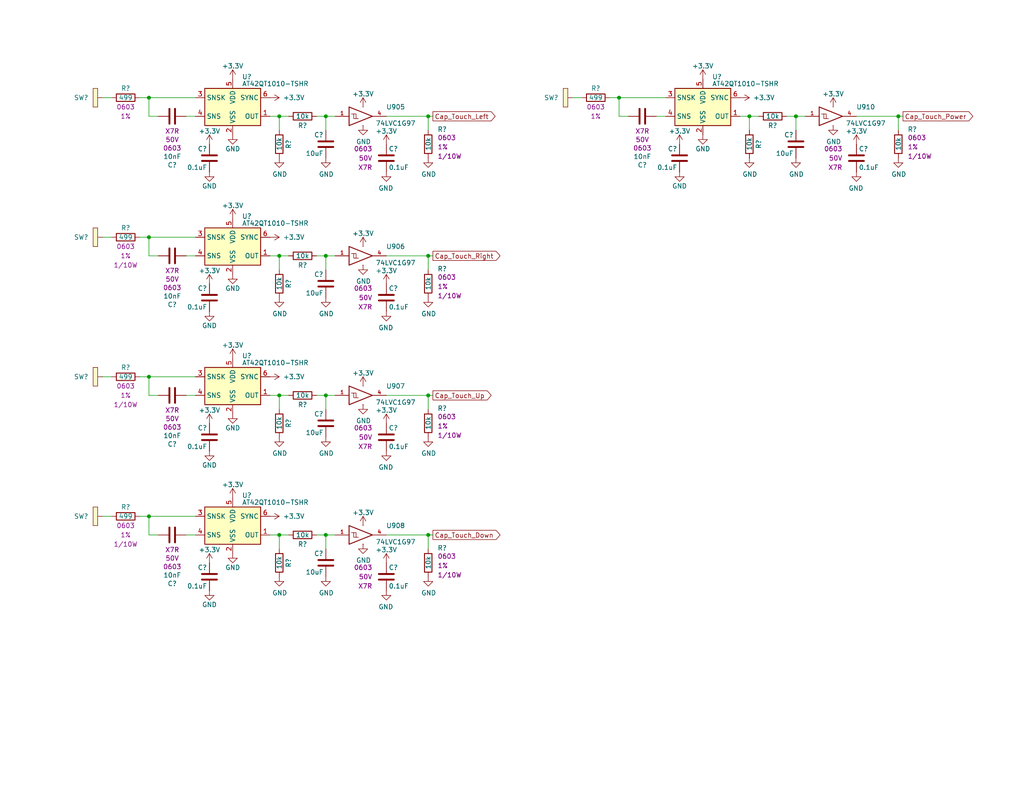
<source format=kicad_sch>
(kicad_sch (version 20230121) (generator eeschema)
  (paper "A")
  (title_block (date "2023-05-21") (rev "PRELIM") (company "Drew Maatman"))
  (junction (at 88.9 107.95))
  (junction (at 168.91 26.67))
  (junction (at 76.2 146.05))
  (junction (at 116.84 69.85))
  (junction (at 76.2 69.85))
  (junction (at 116.84 107.95))
  (junction (at 116.84 31.75))
  (junction (at 88.9 69.85))
  (junction (at 76.2 107.95))
  (junction (at 76.2 31.75))
  (junction (at 40.64 140.97))
  (junction (at 40.64 64.77))
  (junction (at 88.9 146.05))
  (junction (at 116.84 146.05))
  (junction (at 88.9 31.75))
  (junction (at 204.47 31.75))
  (junction (at 217.17 31.75))
  (junction (at 245.11 31.75))
  (junction (at 40.64 102.87))
  (junction (at 40.64 26.67))
  (wire (pts (xy 118.11 31.75) (xy 116.84 31.75)))
  (wire (pts (xy 78.74 69.85) (xy 76.2 69.85)))
  (wire (pts (xy 50.8 31.75) (xy 53.34 31.75)))
  (wire (pts (xy 50.8 69.85) (xy 53.34 69.85)))
  (wire (pts (xy 245.11 31.75) (xy 233.68 31.75)))
  (wire (pts (xy 38.1 64.77) (xy 40.64 64.77)))
  (wire (pts (xy 27.94 26.67) (xy 30.48 26.67)))
  (wire (pts (xy 204.47 35.56) (xy 204.47 31.75)))
  (wire (pts (xy 38.1 140.97) (xy 40.64 140.97)))
  (wire (pts (xy 78.74 107.95) (xy 76.2 107.95)))
  (wire (pts (xy 38.1 102.87) (xy 40.64 102.87)))
  (wire (pts (xy 156.21 26.67) (xy 158.75 26.67)))
  (wire (pts (xy 116.84 73.66) (xy 116.84 69.85)))
  (wire (pts (xy 40.64 64.77) (xy 53.34 64.77)))
  (wire (pts (xy 171.45 31.75) (xy 168.91 31.75)))
  (wire (pts (xy 219.71 31.75) (xy 217.17 31.75)))
  (wire (pts (xy 207.01 31.75) (xy 204.47 31.75)))
  (wire (pts (xy 88.9 69.85) (xy 86.36 69.85)))
  (wire (pts (xy 88.9 111.76) (xy 88.9 107.95)))
  (wire (pts (xy 166.37 26.67) (xy 168.91 26.67)))
  (wire (pts (xy 91.44 146.05) (xy 88.9 146.05)))
  (wire (pts (xy 91.44 31.75) (xy 88.9 31.75)))
  (wire (pts (xy 40.64 107.95) (xy 40.64 102.87)))
  (wire (pts (xy 118.11 146.05) (xy 116.84 146.05)))
  (wire (pts (xy 40.64 26.67) (xy 53.34 26.67)))
  (wire (pts (xy 40.64 69.85) (xy 40.64 64.77)))
  (wire (pts (xy 78.74 31.75) (xy 76.2 31.75)))
  (wire (pts (xy 168.91 31.75) (xy 168.91 26.67)))
  (wire (pts (xy 40.64 31.75) (xy 40.64 26.67)))
  (wire (pts (xy 116.84 149.86) (xy 116.84 146.05)))
  (wire (pts (xy 27.94 102.87) (xy 30.48 102.87)))
  (wire (pts (xy 88.9 146.05) (xy 86.36 146.05)))
  (wire (pts (xy 116.84 111.76) (xy 116.84 107.95)))
  (wire (pts (xy 27.94 64.77) (xy 30.48 64.77)))
  (wire (pts (xy 116.84 69.85) (xy 105.41 69.85)))
  (wire (pts (xy 76.2 69.85) (xy 73.66 69.85)))
  (wire (pts (xy 217.17 35.56) (xy 217.17 31.75)))
  (wire (pts (xy 88.9 35.56) (xy 88.9 31.75)))
  (wire (pts (xy 217.17 31.75) (xy 214.63 31.75)))
  (wire (pts (xy 50.8 107.95) (xy 53.34 107.95)))
  (wire (pts (xy 116.84 31.75) (xy 105.41 31.75)))
  (wire (pts (xy 50.8 146.05) (xy 53.34 146.05)))
  (wire (pts (xy 88.9 149.86) (xy 88.9 146.05)))
  (wire (pts (xy 88.9 107.95) (xy 86.36 107.95)))
  (wire (pts (xy 43.18 107.95) (xy 40.64 107.95)))
  (wire (pts (xy 246.38 31.75) (xy 245.11 31.75)))
  (wire (pts (xy 88.9 31.75) (xy 86.36 31.75)))
  (wire (pts (xy 116.84 146.05) (xy 105.41 146.05)))
  (wire (pts (xy 245.11 35.56) (xy 245.11 31.75)))
  (wire (pts (xy 78.74 146.05) (xy 76.2 146.05)))
  (wire (pts (xy 91.44 69.85) (xy 88.9 69.85)))
  (wire (pts (xy 118.11 107.95) (xy 116.84 107.95)))
  (wire (pts (xy 76.2 107.95) (xy 73.66 107.95)))
  (wire (pts (xy 88.9 73.66) (xy 88.9 69.85)))
  (wire (pts (xy 43.18 146.05) (xy 40.64 146.05)))
  (wire (pts (xy 179.07 31.75) (xy 181.61 31.75)))
  (wire (pts (xy 168.91 26.67) (xy 181.61 26.67)))
  (wire (pts (xy 91.44 107.95) (xy 88.9 107.95)))
  (wire (pts (xy 27.94 140.97) (xy 30.48 140.97)))
  (wire (pts (xy 76.2 149.86) (xy 76.2 146.05)))
  (wire (pts (xy 40.64 102.87) (xy 53.34 102.87)))
  (wire (pts (xy 40.64 140.97) (xy 53.34 140.97)))
  (wire (pts (xy 38.1 26.67) (xy 40.64 26.67)))
  (wire (pts (xy 116.84 107.95) (xy 105.41 107.95)))
  (wire (pts (xy 43.18 31.75) (xy 40.64 31.75)))
  (wire (pts (xy 76.2 146.05) (xy 73.66 146.05)))
  (wire (pts (xy 40.64 146.05) (xy 40.64 140.97)))
  (wire (pts (xy 118.11 69.85) (xy 116.84 69.85)))
  (wire (pts (xy 116.84 35.56) (xy 116.84 31.75)))
  (wire (pts (xy 43.18 69.85) (xy 40.64 69.85)))
  (wire (pts (xy 204.47 31.75) (xy 201.93 31.75)))
  (wire (pts (xy 76.2 111.76) (xy 76.2 107.95)))
  (wire (pts (xy 76.2 73.66) (xy 76.2 69.85)))
  (wire (pts (xy 76.2 35.56) (xy 76.2 31.75)))
  (wire (pts (xy 76.2 31.75) (xy 73.66 31.75)))
  (global_label "Cap_Touch_Down" (shape output) (at 118.11 146.05 0) (property "Intersheetrefs" "${INTERSHEET_REFS}" (effects hide)))
  (global_label "Cap_Touch_Up" (shape output) (at 118.11 107.95 0) (property "Intersheetrefs" "${INTERSHEET_REFS}" (effects hide)))
  (global_label "Cap_Touch_Right" (shape output) (at 118.11 69.85 0) (property "Intersheetrefs" "${INTERSHEET_REFS}" (effects hide)))
  (global_label "Cap_Touch_Left" (shape output) (at 118.11 31.75 0) (property "Intersheetrefs" "${INTERSHEET_REFS}" (effects hide)))
  (global_label "Cap_Touch_Power" (shape output) (at 246.38 31.75 0) (property "Intersheetrefs" "${INTERSHEET_REFS}" (effects hide)))
  (symbol (lib_id "power:+3.3V") (at 57.15 39.37 0) (unit 1)
    (property "Reference" "#PWR02201" (effects hide))
    (property "Value" "+3.3V" (at 57.15 35.814 0))
    (instances (project "Analog_Clock" (path "" (reference "#PWR02201") (unit 1))) (project "IN12_carrier" (path "" (reference "#PWR0901") (unit 1))))
  )
  (symbol (lib_id "power:GND") (at 217.17 43.18 0) (unit 1)
    (property "Reference" "#PWR?" (effects hide))
    (property "Value" "GND" (at 217.297 47.5742 0))
    (instances (project "Analog_Clock" (path "" (reference "#PWR?") (unit 1)) (path "" (reference "#PWR?") (unit 1)) (path "" (reference "#PWR?") (unit 1)) (path "" (reference "#PWR02213") (unit 1)) (path "" (reference "#PWR?") (unit 1)) (path "" (reference "#PWR?") (unit 1)) (path "" (reference "#PWR?") (unit 1)) (path "" (reference "#PWR?") (unit 1))) (project "IN12_carrier" (path "" (reference "#PWR0955") (unit 1))))
  )
  (symbol (lib_id "power:+3.3V") (at 73.66 140.97 270) (unit 1)
    (property "Reference" "#PWR02209" (effects hide))
    (property "Value" "+3.3V" (at 77.216 140.97 90) (effects (justify left)))
    (instances (project "Analog_Clock" (path "" (reference "#PWR02209") (unit 1))) (project "IN12_carrier" (path "" (reference "#PWR0941") (unit 1))))
  )
  (symbol (lib_id "Sensor_Touch:AT42QT1010-TSHR") (at 63.5 67.31 0) (mirror y) (unit 1)
    (property "Reference" "U?" (at 66.04 59.055 0) (effects (justify right)))
    (property "Value" "AT42QT1010-TSHR" (at 66.04 60.96 0) (effects (justify right)))
    (property "Footprint" "TO_SOT_Packages_SMD:SOT-23-6" (effects hide))
    (property "Datasheet" "http://ww1.microchip.com/downloads/en/DeviceDoc/Atmel-9541-AT42-QTouch-BSW-AT42QT1010_Datasheet.pdf" (effects hide))
    (property "Digi-Key PN" "AT42QT1010-TSHRCT-ND" (effects hide))
    (instances (project "Analog_Clock" (path "" (reference "U?") (unit 1)) (path "" (reference "U?") (unit 1)) (path "" (reference "U?") (unit 1)) (path "" (reference "U2201") (unit 1)) (path "" (reference "U?") (unit 1))) (project "IN12_carrier" (path "" (reference "U902") (unit 1))))
  )
  (symbol (lib_id "power:GND") (at 88.9 119.38 0) (unit 1)
    (property "Reference" "#PWR?" (effects hide))
    (property "Value" "GND" (at 89.027 123.7742 0))
    (instances (project "Analog_Clock" (path "" (reference "#PWR?") (unit 1)) (path "" (reference "#PWR?") (unit 1)) (path "" (reference "#PWR?") (unit 1)) (path "" (reference "#PWR02213") (unit 1)) (path "" (reference "#PWR?") (unit 1)) (path "" (reference "#PWR?") (unit 1)) (path "" (reference "#PWR?") (unit 1)) (path "" (reference "#PWR?") (unit 1))) (project "IN12_carrier" (path "" (reference "#PWR0931") (unit 1))))
  )
  (symbol (lib_id "Custom_Library:C_Custom") (at 105.41 81.28 0) (unit 1)
    (property "Reference" "C?" (at 106.045 78.74 0) (effects (justify left)))
    (property "Value" "0.1uF" (at 106.045 83.82 0) (effects (justify left)))
    (property "Footprint" "Capacitors_SMD:C_0603" (effects hide))
    (property "display_footprint" "0603" (at 101.6 78.74 0) (effects (justify right)))
    (property "Voltage" "50V" (at 101.6 81.28 0) (effects (justify right)))
    (property "Dielectric" "X7R" (at 101.6 83.82 0) (effects (justify right)))
    (instances (project "Analog_Clock" (path "" (reference "C?") (unit 1)) (path "" (reference "C?") (unit 1)) (path "" (reference "C?") (unit 1)) (path "" (reference "C?") (unit 1)) (path "" (reference "C?") (unit 1)) (path "" (reference "C?") (unit 1)) (path "" (reference "C2207") (unit 1)) (path "" (reference "C?") (unit 1)) (path "" (reference "C?") (unit 1))) (project "IN12_carrier" (path "" (reference "C914") (unit 1))))
  )
  (symbol (lib_id "Custom_Library:R_Custom") (at 34.29 102.87 90) (mirror x) (unit 1)
    (property "Reference" "R?" (at 34.29 100.33 90))
    (property "Value" "499" (at 34.29 102.87 90))
    (property "Footprint" "Resistors_SMD:R_0603" (effects hide))
    (property "display_footprint" "0603" (at 34.29 105.41 90))
    (property "Tolerance" "1%" (at 34.29 107.95 90))
    (property "Wattage" "1/10W" (at 34.29 110.49 90))
    (instances (project "Analog_Clock" (path "" (reference "R?") (unit 1)) (path "" (reference "R?") (unit 1)) (path "" (reference "R?") (unit 1)) (path "" (reference "R2201") (unit 1)) (path "" (reference "R?") (unit 1)) (path "" (reference "R?") (unit 1)) (path "" (reference "R?") (unit 1)) (path "" (reference "R?") (unit 1))) (project "IN12_carrier" (path "" (reference "R903") (unit 1))))
  )
  (symbol (lib_id "Custom_Library:R_Custom") (at 82.55 69.85 270) (mirror x) (unit 1)
    (property "Reference" "R?" (at 82.55 72.39 90))
    (property "Value" "10k" (at 82.55 69.85 90))
    (property "Footprint" "Resistors_SMD:R_0603" (effects hide))
    (property "display_footprint" "0603" (effects hide))
    (property "Tolerance" "1%" (effects hide))
    (property "Wattage" "1/10W" (effects hide))
    (instances (project "Analog_Clock" (path "" (reference "R?") (unit 1)) (path "" (reference "R?") (unit 1)) (path "" (reference "R?") (unit 1)) (path "" (reference "R2205") (unit 1)) (path "" (reference "R?") (unit 1)) (path "" (reference "R?") (unit 1)) (path "" (reference "R?") (unit 1)) (path "" (reference "R?") (unit 1))) (project "IN12_carrier" (path "" (reference "R910") (unit 1))))
  )
  (symbol (lib_id "Custom_Library:C_Custom") (at 57.15 43.18 0) (mirror y) (unit 1)
    (property "Reference" "C?" (at 56.515 40.64 0) (effects (justify left)))
    (property "Value" "0.1uF" (at 56.515 45.72 0) (effects (justify left)))
    (property "Footprint" "Capacitors_SMD:C_0603" (effects hide))
    (property "display_footprint" "0603" (effects hide))
    (property "Voltage" "50V" (effects hide))
    (property "Dielectric" "X7R" (effects hide))
    (instances (project "Analog_Clock" (path "" (reference "C?") (unit 1)) (path "" (reference "C?") (unit 1)) (path "" (reference "C?") (unit 1)) (path "" (reference "C?") (unit 1)) (path "" (reference "C?") (unit 1)) (path "" (reference "C?") (unit 1)) (path "" (reference "C2201") (unit 1)) (path "" (reference "C?") (unit 1)) (path "" (reference "C?") (unit 1))) (project "IN12_carrier" (path "" (reference "C905") (unit 1))))
  )
  (symbol (lib_id "power:+3.3V") (at 57.15 115.57 0) (unit 1)
    (property "Reference" "#PWR02201" (effects hide))
    (property "Value" "+3.3V" (at 57.15 112.014 0))
    (instances (project "Analog_Clock" (path "" (reference "#PWR02201") (unit 1))) (project "IN12_carrier" (path "" (reference "#PWR0925") (unit 1))))
  )
  (symbol (lib_id "Custom_Library:R_Custom") (at 34.29 64.77 90) (mirror x) (unit 1)
    (property "Reference" "R?" (at 34.29 62.23 90))
    (property "Value" "499" (at 34.29 64.77 90))
    (property "Footprint" "Resistors_SMD:R_0603" (effects hide))
    (property "display_footprint" "0603" (at 34.29 67.31 90))
    (property "Tolerance" "1%" (at 34.29 69.85 90))
    (property "Wattage" "1/10W" (at 34.29 72.39 90))
    (instances (project "Analog_Clock" (path "" (reference "R?") (unit 1)) (path "" (reference "R?") (unit 1)) (path "" (reference "R?") (unit 1)) (path "" (reference "R2201") (unit 1)) (path "" (reference "R?") (unit 1)) (path "" (reference "R?") (unit 1)) (path "" (reference "R?") (unit 1)) (path "" (reference "R?") (unit 1))) (project "IN12_carrier" (path "" (reference "R902") (unit 1))))
  )
  (symbol (lib_id "power:GND") (at 105.41 123.19 0) (mirror y) (unit 1)
    (property "Reference" "#PWR?" (effects hide))
    (property "Value" "GND" (at 105.283 127.5842 0))
    (instances (project "Analog_Clock" (path "" (reference "#PWR?") (unit 1)) (path "" (reference "#PWR?") (unit 1)) (path "" (reference "#PWR?") (unit 1)) (path "" (reference "#PWR02220") (unit 1)) (path "" (reference "#PWR?") (unit 1)) (path "" (reference "#PWR?") (unit 1)) (path "" (reference "#PWR?") (unit 1)) (path "" (reference "#PWR?") (unit 1))) (project "IN12_carrier" (path "" (reference "#PWR0935") (unit 1))))
  )
  (symbol (lib_id "Custom_Library:R_Custom") (at 82.55 107.95 270) (mirror x) (unit 1)
    (property "Reference" "R?" (at 82.55 110.49 90))
    (property "Value" "10k" (at 82.55 107.95 90))
    (property "Footprint" "Resistors_SMD:R_0603" (effects hide))
    (property "display_footprint" "0603" (effects hide))
    (property "Tolerance" "1%" (effects hide))
    (property "Wattage" "1/10W" (effects hide))
    (instances (project "Analog_Clock" (path "" (reference "R?") (unit 1)) (path "" (reference "R?") (unit 1)) (path "" (reference "R?") (unit 1)) (path "" (reference "R2205") (unit 1)) (path "" (reference "R?") (unit 1)) (path "" (reference "R?") (unit 1)) (path "" (reference "R?") (unit 1)) (path "" (reference "R?") (unit 1))) (project "IN12_carrier" (path "" (reference "R911") (unit 1))))
  )
  (symbol (lib_id "Sensor_Touch:AT42QT1010-TSHR") (at 191.77 29.21 0) (mirror y) (unit 1)
    (property "Reference" "U?" (at 194.31 20.955 0) (effects (justify right)))
    (property "Value" "AT42QT1010-TSHR" (at 194.31 22.86 0) (effects (justify right)))
    (property "Footprint" "TO_SOT_Packages_SMD:SOT-23-6" (effects hide))
    (property "Datasheet" "http://ww1.microchip.com/downloads/en/DeviceDoc/Atmel-9541-AT42-QTouch-BSW-AT42QT1010_Datasheet.pdf" (effects hide))
    (property "Digi-Key PN" "AT42QT1010-TSHRCT-ND" (effects hide))
    (instances (project "Analog_Clock" (path "" (reference "U?") (unit 1)) (path "" (reference "U?") (unit 1)) (path "" (reference "U?") (unit 1)) (path "" (reference "U2201") (unit 1)) (path "" (reference "U?") (unit 1))) (project "IN12_carrier" (path "" (reference "U909") (unit 1))))
  )
  (symbol (lib_id "power:+3.3V") (at 63.5 135.89 0) (unit 1)
    (property "Reference" "#PWR02205" (effects hide))
    (property "Value" "+3.3V" (at 63.5 132.334 0))
    (instances (project "Analog_Clock" (path "" (reference "#PWR02205") (unit 1))) (project "IN12_carrier" (path "" (reference "#PWR0939") (unit 1))))
  )
  (symbol (lib_id "Custom_Library:R_Custom") (at 34.29 26.67 90) (mirror x) (unit 1)
    (property "Reference" "R?" (at 34.29 24.13 90))
    (property "Value" "499" (at 34.29 26.67 90))
    (property "Footprint" "Resistors_SMD:R_0603" (effects hide))
    (property "display_footprint" "0603" (at 34.29 29.21 90))
    (property "Tolerance" "1%" (at 34.29 31.75 90))
    (property "Wattage" "1/10W" (effects hide))
    (instances (project "Analog_Clock" (path "" (reference "R?") (unit 1)) (path "" (reference "R?") (unit 1)) (path "" (reference "R?") (unit 1)) (path "" (reference "R2201") (unit 1)) (path "" (reference "R?") (unit 1)) (path "" (reference "R?") (unit 1)) (path "" (reference "R?") (unit 1)) (path "" (reference "R?") (unit 1))) (project "IN12_carrier" (path "" (reference "R901") (unit 1))))
  )
  (symbol (lib_id "Custom_Library:Cap_Touch") (at 156.21 26.67 90) (mirror x) (unit 1)
    (property "Reference" "SW?" (at 152.4 26.67 90) (effects (justify left)))
    (property "Value" "Cap_Touch" (effects hide))
    (property "Footprint" "Custom Footprints Library:Capacitive_Touch_Pad" (effects hide))
    (instances (project "Analog_Clock" (path "" (reference "SW?") (unit 1)) (path "" (reference "SW?") (unit 1)) (path "" (reference "SW?") (unit 1)) (path "" (reference "SW2201") (unit 1)) (path "" (reference "SW?") (unit 1))) (project "IN12_carrier" (path "" (reference "SW905") (unit 1))))
  )
  (symbol (lib_id "Custom_Library:Cap_Touch") (at 27.94 102.87 90) (mirror x) (unit 1)
    (property "Reference" "SW?" (at 24.13 102.87 90) (effects (justify left)))
    (property "Value" "Cap_Touch" (effects hide))
    (property "Footprint" "Custom Footprints Library:Capacitive_Touch_Pad" (effects hide))
    (instances (project "Analog_Clock" (path "" (reference "SW?") (unit 1)) (path "" (reference "SW?") (unit 1)) (path "" (reference "SW?") (unit 1)) (path "" (reference "SW2201") (unit 1)) (path "" (reference "SW?") (unit 1))) (project "IN12_carrier" (path "" (reference "SW903") (unit 1))))
  )
  (symbol (lib_id "power:+3.3V") (at 63.5 97.79 0) (unit 1)
    (property "Reference" "#PWR02205" (effects hide))
    (property "Value" "+3.3V" (at 63.5 94.234 0))
    (instances (project "Analog_Clock" (path "" (reference "#PWR02205") (unit 1))) (project "IN12_carrier" (path "" (reference "#PWR0927") (unit 1))))
  )
  (symbol (lib_id "power:+3.3V") (at 63.5 21.59 0) (unit 1)
    (property "Reference" "#PWR02205" (effects hide))
    (property "Value" "+3.3V" (at 63.5 18.034 0))
    (instances (project "Analog_Clock" (path "" (reference "#PWR02205") (unit 1))) (project "IN12_carrier" (path "" (reference "#PWR0903") (unit 1))))
  )
  (symbol (lib_id "Custom_Library:R_Custom") (at 76.2 153.67 0) (unit 1)
    (property "Reference" "R?" (at 78.74 153.67 90))
    (property "Value" "10k" (at 76.2 155.448 90) (effects (justify left)))
    (property "Footprint" "Resistors_SMD:R_0603" (effects hide))
    (property "display_footprint" "0603" (effects hide))
    (property "Tolerance" "1%" (effects hide))
    (property "Wattage" "1/10W" (effects hide))
    (instances (project "Analog_Clock" (path "" (reference "R?") (unit 1)) (path "" (reference "R?") (unit 1)) (path "" (reference "R?") (unit 1)) (path "" (reference "R2203") (unit 1)) (path "" (reference "R?") (unit 1)) (path "" (reference "R?") (unit 1)) (path "" (reference "R?") (unit 1)) (path "" (reference "R?") (unit 1))) (project "IN12_carrier" (path "" (reference "R908") (unit 1))))
  )
  (symbol (lib_id "power:GND") (at 57.15 161.29 0) (unit 1)
    (property "Reference" "#PWR?" (effects hide))
    (property "Value" "GND" (at 57.15 165.1 0))
    (instances (project "Analog_Clock" (path "" (reference "#PWR?") (unit 1)) (path "" (reference "#PWR?") (unit 1)) (path "" (reference "#PWR?") (unit 1)) (path "" (reference "#PWR02202") (unit 1)) (path "" (reference "#PWR?") (unit 1))) (project "IN12_carrier" (path "" (reference "#PWR0938") (unit 1))))
  )
  (symbol (lib_id "Custom_Library:R_Custom") (at 76.2 77.47 0) (unit 1)
    (property "Reference" "R?" (at 78.74 77.47 90))
    (property "Value" "10k" (at 76.2 79.248 90) (effects (justify left)))
    (property "Footprint" "Resistors_SMD:R_0603" (effects hide))
    (property "display_footprint" "0603" (effects hide))
    (property "Tolerance" "1%" (effects hide))
    (property "Wattage" "1/10W" (effects hide))
    (instances (project "Analog_Clock" (path "" (reference "R?") (unit 1)) (path "" (reference "R?") (unit 1)) (path "" (reference "R?") (unit 1)) (path "" (reference "R2203") (unit 1)) (path "" (reference "R?") (unit 1)) (path "" (reference "R?") (unit 1)) (path "" (reference "R?") (unit 1)) (path "" (reference "R?") (unit 1))) (project "IN12_carrier" (path "" (reference "R906") (unit 1))))
  )
  (symbol (lib_id "Sensor_Touch:AT42QT1010-TSHR") (at 63.5 105.41 0) (mirror y) (unit 1)
    (property "Reference" "U?" (at 66.04 97.155 0) (effects (justify right)))
    (property "Value" "AT42QT1010-TSHR" (at 66.04 99.06 0) (effects (justify right)))
    (property "Footprint" "TO_SOT_Packages_SMD:SOT-23-6" (effects hide))
    (property "Datasheet" "http://ww1.microchip.com/downloads/en/DeviceDoc/Atmel-9541-AT42-QTouch-BSW-AT42QT1010_Datasheet.pdf" (effects hide))
    (property "Digi-Key PN" "AT42QT1010-TSHRCT-ND" (effects hide))
    (instances (project "Analog_Clock" (path "" (reference "U?") (unit 1)) (path "" (reference "U?") (unit 1)) (path "" (reference "U?") (unit 1)) (path "" (reference "U2201") (unit 1)) (path "" (reference "U?") (unit 1))) (project "IN12_carrier" (path "" (reference "U903") (unit 1))))
  )
  (symbol (lib_id "power:+3.3V") (at 99.06 105.41 0) (unit 1)
    (property "Reference" "#PWR02215" (effects hide))
    (property "Value" "+3.3V" (at 99.06 101.854 0))
    (instances (project "Analog_Clock" (path "" (reference "#PWR02215") (unit 1))) (project "IN12_carrier" (path "" (reference "#PWR0932") (unit 1))))
  )
  (symbol (lib_id "Custom Library:74LVC1G97_Power_BUF") (at 99.06 69.85 0) (unit 1)
    (property "Reference" "U906" (at 107.95 67.31 0))
    (property "Value" "74LVC1G97" (at 107.95 71.755 0))
    (property "Footprint" "Package_TO_SOT_SMD:SOT-363_SC-70-6" (effects hide))
    (property "Datasheet" "http://www.ti.com/lit/ds/symlink/sn74lvc1g97.pdf" (effects hide))
  )
  (symbol (lib_id "Custom_Library:R_Custom") (at 82.55 146.05 270) (mirror x) (unit 1)
    (property "Reference" "R?" (at 82.55 148.59 90))
    (property "Value" "10k" (at 82.55 146.05 90))
    (property "Footprint" "Resistors_SMD:R_0603" (effects hide))
    (property "display_footprint" "0603" (effects hide))
    (property "Tolerance" "1%" (effects hide))
    (property "Wattage" "1/10W" (effects hide))
    (instances (project "Analog_Clock" (path "" (reference "R?") (unit 1)) (path "" (reference "R?") (unit 1)) (path "" (reference "R?") (unit 1)) (path "" (reference "R2205") (unit 1)) (path "" (reference "R?") (unit 1)) (path "" (reference "R?") (unit 1)) (path "" (reference "R?") (unit 1)) (path "" (reference "R?") (unit 1))) (project "IN12_carrier" (path "" (reference "R912") (unit 1))))
  )
  (symbol (lib_id "Sensor_Touch:AT42QT1010-TSHR") (at 63.5 143.51 0) (mirror y) (unit 1)
    (property "Reference" "U?" (at 66.04 135.255 0) (effects (justify right)))
    (property "Value" "AT42QT1010-TSHR" (at 66.04 137.16 0) (effects (justify right)))
    (property "Footprint" "TO_SOT_Packages_SMD:SOT-23-6" (effects hide))
    (property "Datasheet" "http://ww1.microchip.com/downloads/en/DeviceDoc/Atmel-9541-AT42-QTouch-BSW-AT42QT1010_Datasheet.pdf" (effects hide))
    (property "Digi-Key PN" "AT42QT1010-TSHRCT-ND" (effects hide))
    (instances (project "Analog_Clock" (path "" (reference "U?") (unit 1)) (path "" (reference "U?") (unit 1)) (path "" (reference "U?") (unit 1)) (path "" (reference "U2201") (unit 1)) (path "" (reference "U?") (unit 1))) (project "IN12_carrier" (path "" (reference "U904") (unit 1))))
  )
  (symbol (lib_id "Custom_Library:R_Custom") (at 116.84 115.57 0) (unit 1)
    (property "Reference" "R?" (at 119.38 111.506 0) (effects (justify left)))
    (property "Value" "10k" (at 116.84 117.348 90) (effects (justify left)))
    (property "Footprint" "Resistors_SMD:R_0603" (effects hide))
    (property "display_footprint" "0603" (at 119.38 113.792 0) (effects (justify left)))
    (property "Tolerance" "1%" (at 119.38 116.332 0) (effects (justify left)))
    (property "Wattage" "1/10W" (at 119.38 118.872 0) (effects (justify left)))
    (instances (project "Analog_Clock" (path "" (reference "R?") (unit 1)) (path "" (reference "R?") (unit 1)) (path "" (reference "R?") (unit 1)) (path "" (reference "R2207") (unit 1)) (path "" (reference "R?") (unit 1)) (path "" (reference "R?") (unit 1)) (path "" (reference "R?") (unit 1)) (path "" (reference "R?") (unit 1))) (project "IN12_carrier" (path "" (reference "R915") (unit 1))))
  )
  (symbol (lib_id "power:+3.3V") (at 105.41 39.37 0) (unit 1)
    (property "Reference" "#PWR02219" (effects hide))
    (property "Value" "+3.3V" (at 105.41 35.814 0))
    (instances (project "Analog_Clock" (path "" (reference "#PWR02219") (unit 1))) (project "IN12_carrier" (path "" (reference "#PWR0910") (unit 1))))
  )
  (symbol (lib_id "power:GND") (at 116.84 119.38 0) (unit 1)
    (property "Reference" "#PWR?" (effects hide))
    (property "Value" "GND" (at 116.967 123.7742 0))
    (instances (project "Analog_Clock" (path "" (reference "#PWR?") (unit 1)) (path "" (reference "#PWR?") (unit 1)) (path "" (reference "#PWR?") (unit 1)) (path "" (reference "#PWR02223") (unit 1)) (path "" (reference "#PWR?") (unit 1)) (path "" (reference "#PWR?") (unit 1)) (path "" (reference "#PWR?") (unit 1)) (path "" (reference "#PWR?") (unit 1))) (project "IN12_carrier" (path "" (reference "#PWR0936") (unit 1))))
  )
  (symbol (lib_id "power:GND") (at 76.2 157.48 0) (unit 1)
    (property "Reference" "#PWR?" (effects hide))
    (property "Value" "GND" (at 76.327 161.8742 0))
    (instances (project "Analog_Clock" (path "" (reference "#PWR?") (unit 1)) (path "" (reference "#PWR?") (unit 1)) (path "" (reference "#PWR?") (unit 1)) (path "" (reference "#PWR02211") (unit 1)) (path "" (reference "#PWR?") (unit 1)) (path "" (reference "#PWR?") (unit 1)) (path "" (reference "#PWR?") (unit 1)) (path "" (reference "#PWR?") (unit 1))) (project "IN12_carrier" (path "" (reference "#PWR0942") (unit 1))))
  )
  (symbol (lib_id "Custom Library:74LVC1G97_Power_BUF") (at 99.06 107.95 0) (unit 1)
    (property "Reference" "U907" (at 107.95 105.41 0))
    (property "Value" "74LVC1G97" (at 107.95 109.855 0))
    (property "Footprint" "Package_TO_SOT_SMD:SOT-363_SC-70-6" (effects hide))
    (property "Datasheet" "http://www.ti.com/lit/ds/symlink/sn74lvc1g97.pdf" (effects hide))
  )
  (symbol (lib_id "power:+3.3V") (at 73.66 102.87 270) (unit 1)
    (property "Reference" "#PWR02209" (effects hide))
    (property "Value" "+3.3V" (at 77.216 102.87 90) (effects (justify left)))
    (instances (project "Analog_Clock" (path "" (reference "#PWR02209") (unit 1))) (project "IN12_carrier" (path "" (reference "#PWR0929") (unit 1))))
  )
  (symbol (lib_id "Custom_Library:C_Custom") (at 57.15 81.28 0) (mirror y) (unit 1)
    (property "Reference" "C?" (at 56.515 78.74 0) (effects (justify left)))
    (property "Value" "0.1uF" (at 56.515 83.82 0) (effects (justify left)))
    (property "Footprint" "Capacitors_SMD:C_0603" (effects hide))
    (property "display_footprint" "0603" (effects hide))
    (property "Voltage" "50V" (effects hide))
    (property "Dielectric" "X7R" (effects hide))
    (instances (project "Analog_Clock" (path "" (reference "C?") (unit 1)) (path "" (reference "C?") (unit 1)) (path "" (reference "C?") (unit 1)) (path "" (reference "C?") (unit 1)) (path "" (reference "C?") (unit 1)) (path "" (reference "C?") (unit 1)) (path "" (reference "C2201") (unit 1)) (path "" (reference "C?") (unit 1)) (path "" (reference "C?") (unit 1))) (project "IN12_carrier" (path "" (reference "C906") (unit 1))))
  )
  (symbol (lib_id "Custom_Library:Cap_Touch") (at 27.94 140.97 90) (mirror x) (unit 1)
    (property "Reference" "SW?" (at 24.13 140.97 90) (effects (justify left)))
    (property "Value" "Cap_Touch" (effects hide))
    (property "Footprint" "Custom Footprints Library:Capacitive_Touch_Pad" (effects hide))
    (instances (project "Analog_Clock" (path "" (reference "SW?") (unit 1)) (path "" (reference "SW?") (unit 1)) (path "" (reference "SW?") (unit 1)) (path "" (reference "SW2201") (unit 1)) (path "" (reference "SW?") (unit 1))) (project "IN12_carrier" (path "" (reference "SW904") (unit 1))))
  )
  (symbol (lib_id "power:+3.3V") (at 105.41 115.57 0) (unit 1)
    (property "Reference" "#PWR02219" (effects hide))
    (property "Value" "+3.3V" (at 105.41 112.014 0))
    (instances (project "Analog_Clock" (path "" (reference "#PWR02219") (unit 1))) (project "IN12_carrier" (path "" (reference "#PWR0934") (unit 1))))
  )
  (symbol (lib_id "power:GND") (at 57.15 85.09 0) (unit 1)
    (property "Reference" "#PWR?" (effects hide))
    (property "Value" "GND" (at 57.15 88.9 0))
    (instances (project "Analog_Clock" (path "" (reference "#PWR?") (unit 1)) (path "" (reference "#PWR?") (unit 1)) (path "" (reference "#PWR?") (unit 1)) (path "" (reference "#PWR02202") (unit 1)) (path "" (reference "#PWR?") (unit 1))) (project "IN12_carrier" (path "" (reference "#PWR0914") (unit 1))))
  )
  (symbol (lib_id "power:GND") (at 88.9 43.18 0) (unit 1)
    (property "Reference" "#PWR?" (effects hide))
    (property "Value" "GND" (at 89.027 47.5742 0))
    (instances (project "Analog_Clock" (path "" (reference "#PWR?") (unit 1)) (path "" (reference "#PWR?") (unit 1)) (path "" (reference "#PWR?") (unit 1)) (path "" (reference "#PWR02213") (unit 1)) (path "" (reference "#PWR?") (unit 1)) (path "" (reference "#PWR?") (unit 1)) (path "" (reference "#PWR?") (unit 1)) (path "" (reference "#PWR?") (unit 1))) (project "IN12_carrier" (path "" (reference "#PWR0907") (unit 1))))
  )
  (symbol (lib_id "power:+3.3V") (at 105.41 77.47 0) (unit 1)
    (property "Reference" "#PWR02219" (effects hide))
    (property "Value" "+3.3V" (at 105.41 73.914 0))
    (instances (project "Analog_Clock" (path "" (reference "#PWR02219") (unit 1))) (project "IN12_carrier" (path "" (reference "#PWR0922") (unit 1))))
  )
  (symbol (lib_id "power:GND") (at 63.5 113.03 0) (mirror y) (unit 1)
    (property "Reference" "#PWR?" (effects hide))
    (property "Value" "GND" (at 63.5 116.84 0))
    (instances (project "Analog_Clock" (path "" (reference "#PWR?") (unit 1)) (path "" (reference "#PWR?") (unit 1)) (path "" (reference "#PWR?") (unit 1)) (path "" (reference "#PWR02206") (unit 1)) (path "" (reference "#PWR?") (unit 1))) (project "IN12_carrier" (path "" (reference "#PWR0928") (unit 1))))
  )
  (symbol (lib_id "Custom_Library:R_Custom") (at 34.29 140.97 90) (mirror x) (unit 1)
    (property "Reference" "R?" (at 34.29 138.43 90))
    (property "Value" "499" (at 34.29 140.97 90))
    (property "Footprint" "Resistors_SMD:R_0603" (effects hide))
    (property "display_footprint" "0603" (at 34.29 143.51 90))
    (property "Tolerance" "1%" (at 34.29 146.05 90))
    (property "Wattage" "1/10W" (at 34.29 148.59 90))
    (instances (project "Analog_Clock" (path "" (reference "R?") (unit 1)) (path "" (reference "R?") (unit 1)) (path "" (reference "R?") (unit 1)) (path "" (reference "R2201") (unit 1)) (path "" (reference "R?") (unit 1)) (path "" (reference "R?") (unit 1)) (path "" (reference "R?") (unit 1)) (path "" (reference "R?") (unit 1))) (project "IN12_carrier" (path "" (reference "R904") (unit 1))))
  )
  (symbol (lib_id "power:GND") (at 227.33 34.29 0) (unit 1)
    (property "Reference" "#PWR?" (effects hide))
    (property "Value" "GND" (at 227.457 38.6842 0))
    (instances (project "Analog_Clock" (path "" (reference "#PWR?") (unit 1)) (path "" (reference "#PWR?") (unit 1)) (path "" (reference "#PWR?") (unit 1)) (path "" (reference "#PWR02216") (unit 1)) (path "" (reference "#PWR?") (unit 1)) (path "" (reference "#PWR?") (unit 1)) (path "" (reference "#PWR?") (unit 1)) (path "" (reference "#PWR?") (unit 1))) (project "IN12_carrier" (path "" (reference "#PWR0957") (unit 1))))
  )
  (symbol (lib_id "Custom_Library:C_Custom") (at 88.9 153.67 0) (mirror y) (unit 1)
    (property "Reference" "C?" (at 88.265 151.13 0) (effects (justify left)))
    (property "Value" "10uF" (at 88.265 156.21 0) (effects (justify left)))
    (property "Footprint" "Capacitors_SMD:C_0603" (effects hide))
    (property "display_footprint" "0603" (effects hide))
    (property "Voltage" "10V" (effects hide))
    (property "Dielectric" "X5R" (effects hide))
    (instances (project "Analog_Clock" (path "" (reference "C?") (unit 1)) (path "" (reference "C?") (unit 1)) (path "" (reference "C?") (unit 1)) (path "" (reference "C?") (unit 1)) (path "" (reference "C?") (unit 1)) (path "" (reference "C?") (unit 1)) (path "" (reference "C2205") (unit 1)) (path "" (reference "C?") (unit 1)) (path "" (reference "C?") (unit 1))) (project "IN12_carrier" (path "" (reference "C912") (unit 1))))
  )
  (symbol (lib_id "Custom_Library:R_Custom") (at 210.82 31.75 270) (mirror x) (unit 1)
    (property "Reference" "R?" (at 210.82 34.29 90))
    (property "Value" "10k" (at 210.82 31.75 90))
    (property "Footprint" "Resistors_SMD:R_0603" (effects hide))
    (property "display_footprint" "0603" (effects hide))
    (property "Tolerance" "1%" (effects hide))
    (property "Wattage" "1/10W" (effects hide))
    (instances (project "Analog_Clock" (path "" (reference "R?") (unit 1)) (path "" (reference "R?") (unit 1)) (path "" (reference "R?") (unit 1)) (path "" (reference "R2205") (unit 1)) (path "" (reference "R?") (unit 1)) (path "" (reference "R?") (unit 1)) (path "" (reference "R?") (unit 1)) (path "" (reference "R?") (unit 1))) (project "IN12_carrier" (path "" (reference "R919") (unit 1))))
  )
  (symbol (lib_id "Custom_Library:Cap_Touch") (at 27.94 26.67 90) (mirror x) (unit 1)
    (property "Reference" "SW?" (at 24.13 26.67 90) (effects (justify left)))
    (property "Value" "Cap_Touch" (effects hide))
    (property "Footprint" "Custom Footprints Library:Capacitive_Touch_Pad" (effects hide))
    (instances (project "Analog_Clock" (path "" (reference "SW?") (unit 1)) (path "" (reference "SW?") (unit 1)) (path "" (reference "SW?") (unit 1)) (path "" (reference "SW2201") (unit 1)) (path "" (reference "SW?") (unit 1))) (project "IN12_carrier" (path "" (reference "SW901") (unit 1))))
  )
  (symbol (lib_id "Custom_Library:C_Custom") (at 88.9 115.57 0) (mirror y) (unit 1)
    (property "Reference" "C?" (at 88.265 113.03 0) (effects (justify left)))
    (property "Value" "10uF" (at 88.265 118.11 0) (effects (justify left)))
    (property "Footprint" "Capacitors_SMD:C_0603" (effects hide))
    (property "display_footprint" "0603" (effects hide))
    (property "Voltage" "10V" (effects hide))
    (property "Dielectric" "X5R" (effects hide))
    (instances (project "Analog_Clock" (path "" (reference "C?") (unit 1)) (path "" (reference "C?") (unit 1)) (path "" (reference "C?") (unit 1)) (path "" (reference "C?") (unit 1)) (path "" (reference "C?") (unit 1)) (path "" (reference "C?") (unit 1)) (path "" (reference "C2205") (unit 1)) (path "" (reference "C?") (unit 1)) (path "" (reference "C?") (unit 1))) (project "IN12_carrier" (path "" (reference "C911") (unit 1))))
  )
  (symbol (lib_id "power:GND") (at 63.5 36.83 0) (mirror y) (unit 1)
    (property "Reference" "#PWR?" (effects hide))
    (property "Value" "GND" (at 63.5 40.64 0))
    (instances (project "Analog_Clock" (path "" (reference "#PWR?") (unit 1)) (path "" (reference "#PWR?") (unit 1)) (path "" (reference "#PWR?") (unit 1)) (path "" (reference "#PWR02206") (unit 1)) (path "" (reference "#PWR?") (unit 1))) (project "IN12_carrier" (path "" (reference "#PWR0904") (unit 1))))
  )
  (symbol (lib_id "power:+3.3V") (at 63.5 59.69 0) (unit 1)
    (property "Reference" "#PWR02205" (effects hide))
    (property "Value" "+3.3V" (at 63.5 56.134 0))
    (instances (project "Analog_Clock" (path "" (reference "#PWR02205") (unit 1))) (project "IN12_carrier" (path "" (reference "#PWR0915") (unit 1))))
  )
  (symbol (lib_id "Custom_Library:R_Custom") (at 76.2 39.37 0) (unit 1)
    (property "Reference" "R?" (at 78.74 39.37 90))
    (property "Value" "10k" (at 76.2 41.148 90) (effects (justify left)))
    (property "Footprint" "Resistors_SMD:R_0603" (effects hide))
    (property "display_footprint" "0603" (effects hide))
    (property "Tolerance" "1%" (effects hide))
    (property "Wattage" "1/10W" (effects hide))
    (instances (project "Analog_Clock" (path "" (reference "R?") (unit 1)) (path "" (reference "R?") (unit 1)) (path "" (reference "R?") (unit 1)) (path "" (reference "R2203") (unit 1)) (path "" (reference "R?") (unit 1)) (path "" (reference "R?") (unit 1)) (path "" (reference "R?") (unit 1)) (path "" (reference "R?") (unit 1))) (project "IN12_carrier" (path "" (reference "R905") (unit 1))))
  )
  (symbol (lib_id "power:GND") (at 191.77 36.83 0) (mirror y) (unit 1)
    (property "Reference" "#PWR?" (effects hide))
    (property "Value" "GND" (at 191.77 40.64 0))
    (instances (project "Analog_Clock" (path "" (reference "#PWR?") (unit 1)) (path "" (reference "#PWR?") (unit 1)) (path "" (reference "#PWR?") (unit 1)) (path "" (reference "#PWR02206") (unit 1)) (path "" (reference "#PWR?") (unit 1))) (project "IN12_carrier" (path "" (reference "#PWR0952") (unit 1))))
  )
  (symbol (lib_id "power:GND") (at 57.15 46.99 0) (unit 1)
    (property "Reference" "#PWR?" (effects hide))
    (property "Value" "GND" (at 57.15 50.8 0))
    (instances (project "Analog_Clock" (path "" (reference "#PWR?") (unit 1)) (path "" (reference "#PWR?") (unit 1)) (path "" (reference "#PWR?") (unit 1)) (path "" (reference "#PWR02202") (unit 1)) (path "" (reference "#PWR?") (unit 1))) (project "IN12_carrier" (path "" (reference "#PWR0902") (unit 1))))
  )
  (symbol (lib_id "power:GND") (at 245.11 43.18 0) (unit 1)
    (property "Reference" "#PWR?" (effects hide))
    (property "Value" "GND" (at 245.237 47.5742 0))
    (instances (project "Analog_Clock" (path "" (reference "#PWR?") (unit 1)) (path "" (reference "#PWR?") (unit 1)) (path "" (reference "#PWR?") (unit 1)) (path "" (reference "#PWR02223") (unit 1)) (path "" (reference "#PWR?") (unit 1)) (path "" (reference "#PWR?") (unit 1)) (path "" (reference "#PWR?") (unit 1)) (path "" (reference "#PWR?") (unit 1))) (project "IN12_carrier" (path "" (reference "#PWR0960") (unit 1))))
  )
  (symbol (lib_id "power:+3.3V") (at 73.66 64.77 270) (unit 1)
    (property "Reference" "#PWR02209" (effects hide))
    (property "Value" "+3.3V" (at 77.216 64.77 90) (effects (justify left)))
    (instances (project "Analog_Clock" (path "" (reference "#PWR02209") (unit 1))) (project "IN12_carrier" (path "" (reference "#PWR0917") (unit 1))))
  )
  (symbol (lib_id "power:GND") (at 63.5 74.93 0) (mirror y) (unit 1)
    (property "Reference" "#PWR?" (effects hide))
    (property "Value" "GND" (at 63.5 78.74 0))
    (instances (project "Analog_Clock" (path "" (reference "#PWR?") (unit 1)) (path "" (reference "#PWR?") (unit 1)) (path "" (reference "#PWR?") (unit 1)) (path "" (reference "#PWR02206") (unit 1)) (path "" (reference "#PWR?") (unit 1))) (project "IN12_carrier" (path "" (reference "#PWR0916") (unit 1))))
  )
  (symbol (lib_id "power:+3.3V") (at 227.33 29.21 0) (unit 1)
    (property "Reference" "#PWR02215" (effects hide))
    (property "Value" "+3.3V" (at 227.33 25.654 0))
    (instances (project "Analog_Clock" (path "" (reference "#PWR02215") (unit 1))) (project "IN12_carrier" (path "" (reference "#PWR0956") (unit 1))))
  )
  (symbol (lib_id "Sensor_Touch:AT42QT1010-TSHR") (at 63.5 29.21 0) (mirror y) (unit 1)
    (property "Reference" "U?" (at 66.04 20.955 0) (effects (justify right)))
    (property "Value" "AT42QT1010-TSHR" (at 66.04 22.86 0) (effects (justify right)))
    (property "Footprint" "TO_SOT_Packages_SMD:SOT-23-6" (effects hide))
    (property "Datasheet" "http://ww1.microchip.com/downloads/en/DeviceDoc/Atmel-9541-AT42-QTouch-BSW-AT42QT1010_Datasheet.pdf" (effects hide))
    (property "Digi-Key PN" "AT42QT1010-TSHRCT-ND" (effects hide))
    (instances (project "Analog_Clock" (path "" (reference "U?") (unit 1)) (path "" (reference "U?") (unit 1)) (path "" (reference "U?") (unit 1)) (path "" (reference "U2201") (unit 1)) (path "" (reference "U?") (unit 1))) (project "IN12_carrier" (path "" (reference "U901") (unit 1))))
  )
  (symbol (lib_id "power:+3.3V") (at 99.06 67.31 0) (unit 1)
    (property "Reference" "#PWR02215" (effects hide))
    (property "Value" "+3.3V" (at 99.06 63.754 0))
    (instances (project "Analog_Clock" (path "" (reference "#PWR02215") (unit 1))) (project "IN12_carrier" (path "" (reference "#PWR0920") (unit 1))))
  )
  (symbol (lib_id "power:GND") (at 88.9 81.28 0) (unit 1)
    (property "Reference" "#PWR?" (effects hide))
    (property "Value" "GND" (at 89.027 85.6742 0))
    (instances (project "Analog_Clock" (path "" (reference "#PWR?") (unit 1)) (path "" (reference "#PWR?") (unit 1)) (path "" (reference "#PWR?") (unit 1)) (path "" (reference "#PWR02213") (unit 1)) (path "" (reference "#PWR?") (unit 1)) (path "" (reference "#PWR?") (unit 1)) (path "" (reference "#PWR?") (unit 1)) (path "" (reference "#PWR?") (unit 1))) (project "IN12_carrier" (path "" (reference "#PWR0919") (unit 1))))
  )
  (symbol (lib_id "Custom_Library:C_Custom") (at 233.68 43.18 0) (unit 1)
    (property "Reference" "C?" (at 234.315 40.64 0) (effects (justify left)))
    (property "Value" "0.1uF" (at 234.315 45.72 0) (effects (justify left)))
    (property "Footprint" "Capacitors_SMD:C_0603" (effects hide))
    (property "display_footprint" "0603" (at 229.87 40.64 0) (effects (justify right)))
    (property "Voltage" "50V" (at 229.87 43.18 0) (effects (justify right)))
    (property "Dielectric" "X7R" (at 229.87 45.72 0) (effects (justify right)))
    (instances (project "Analog_Clock" (path "" (reference "C?") (unit 1)) (path "" (reference "C?") (unit 1)) (path "" (reference "C?") (unit 1)) (path "" (reference "C?") (unit 1)) (path "" (reference "C?") (unit 1)) (path "" (reference "C?") (unit 1)) (path "" (reference "C2207") (unit 1)) (path "" (reference "C?") (unit 1)) (path "" (reference "C?") (unit 1))) (project "IN12_carrier" (path "" (reference "C920") (unit 1))))
  )
  (symbol (lib_id "power:+3.3V") (at 73.66 26.67 270) (unit 1)
    (property "Reference" "#PWR02209" (effects hide))
    (property "Value" "+3.3V" (at 77.216 26.67 90) (effects (justify left)))
    (instances (project "Analog_Clock" (path "" (reference "#PWR02209") (unit 1))) (project "IN12_carrier" (path "" (reference "#PWR0905") (unit 1))))
  )
  (symbol (lib_id "Custom_Library:C_Custom") (at 88.9 39.37 0) (mirror y) (unit 1)
    (property "Reference" "C?" (at 88.265 36.83 0) (effects (justify left)))
    (property "Value" "10uF" (at 88.265 41.91 0) (effects (justify left)))
    (property "Footprint" "Capacitors_SMD:C_0603" (effects hide))
    (property "display_footprint" "0603" (effects hide))
    (property "Voltage" "10V" (effects hide))
    (property "Dielectric" "X5R" (effects hide))
    (instances (project "Analog_Clock" (path "" (reference "C?") (unit 1)) (path "" (reference "C?") (unit 1)) (path "" (reference "C?") (unit 1)) (path "" (reference "C?") (unit 1)) (path "" (reference "C?") (unit 1)) (path "" (reference "C?") (unit 1)) (path "" (reference "C2205") (unit 1)) (path "" (reference "C?") (unit 1)) (path "" (reference "C?") (unit 1))) (project "IN12_carrier" (path "" (reference "C909") (unit 1))))
  )
  (symbol (lib_id "Custom_Library:C_Custom") (at 88.9 77.47 0) (mirror y) (unit 1)
    (property "Reference" "C?" (at 88.265 74.93 0) (effects (justify left)))
    (property "Value" "10uF" (at 88.265 80.01 0) (effects (justify left)))
    (property "Footprint" "Capacitors_SMD:C_0603" (effects hide))
    (property "display_footprint" "0603" (effects hide))
    (property "Voltage" "10V" (effects hide))
    (property "Dielectric" "X5R" (effects hide))
    (instances (project "Analog_Clock" (path "" (reference "C?") (unit 1)) (path "" (reference "C?") (unit 1)) (path "" (reference "C?") (unit 1)) (path "" (reference "C?") (unit 1)) (path "" (reference "C?") (unit 1)) (path "" (reference "C?") (unit 1)) (path "" (reference "C2205") (unit 1)) (path "" (reference "C?") (unit 1)) (path "" (reference "C?") (unit 1))) (project "IN12_carrier" (path "" (reference "C910") (unit 1))))
  )
  (symbol (lib_id "Custom_Library:C_Custom") (at 185.42 43.18 0) (mirror y) (unit 1)
    (property "Reference" "C?" (at 184.785 40.64 0) (effects (justify left)))
    (property "Value" "0.1uF" (at 184.785 45.72 0) (effects (justify left)))
    (property "Footprint" "Capacitors_SMD:C_0603" (effects hide))
    (property "display_footprint" "0603" (effects hide))
    (property "Voltage" "50V" (effects hide))
    (property "Dielectric" "X7R" (effects hide))
    (instances (project "Analog_Clock" (path "" (reference "C?") (unit 1)) (path "" (reference "C?") (unit 1)) (path "" (reference "C?") (unit 1)) (path "" (reference "C?") (unit 1)) (path "" (reference "C?") (unit 1)) (path "" (reference "C?") (unit 1)) (path "" (reference "C2201") (unit 1)) (path "" (reference "C?") (unit 1)) (path "" (reference "C?") (unit 1))) (project "IN12_carrier" (path "" (reference "C918") (unit 1))))
  )
  (symbol (lib_id "Custom_Library:R_Custom") (at 245.11 39.37 0) (unit 1)
    (property "Reference" "R?" (at 247.65 35.306 0) (effects (justify left)))
    (property "Value" "10k" (at 245.11 41.148 90) (effects (justify left)))
    (property "Footprint" "Resistors_SMD:R_0603" (effects hide))
    (property "display_footprint" "0603" (at 247.65 37.592 0) (effects (justify left)))
    (property "Tolerance" "1%" (at 247.65 40.132 0) (effects (justify left)))
    (property "Wattage" "1/10W" (at 247.65 42.672 0) (effects (justify left)))
    (instances (project "Analog_Clock" (path "" (reference "R?") (unit 1)) (path "" (reference "R?") (unit 1)) (path "" (reference "R?") (unit 1)) (path "" (reference "R2207") (unit 1)) (path "" (reference "R?") (unit 1)) (path "" (reference "R?") (unit 1)) (path "" (reference "R?") (unit 1)) (path "" (reference "R?") (unit 1))) (project "IN12_carrier" (path "" (reference "R920") (unit 1))))
  )
  (symbol (lib_id "power:GND") (at 63.5 151.13 0) (mirror y) (unit 1)
    (property "Reference" "#PWR?" (effects hide))
    (property "Value" "GND" (at 63.5 154.94 0))
    (instances (project "Analog_Clock" (path "" (reference "#PWR?") (unit 1)) (path "" (reference "#PWR?") (unit 1)) (path "" (reference "#PWR?") (unit 1)) (path "" (reference "#PWR02206") (unit 1)) (path "" (reference "#PWR?") (unit 1))) (project "IN12_carrier" (path "" (reference "#PWR0940") (unit 1))))
  )
  (symbol (lib_id "power:+3.3V") (at 99.06 143.51 0) (unit 1)
    (property "Reference" "#PWR02215" (effects hide))
    (property "Value" "+3.3V" (at 99.06 139.954 0))
    (instances (project "Analog_Clock" (path "" (reference "#PWR02215") (unit 1))) (project "IN12_carrier" (path "" (reference "#PWR0944") (unit 1))))
  )
  (symbol (lib_id "Custom_Library:C_Custom") (at 57.15 119.38 0) (mirror y) (unit 1)
    (property "Reference" "C?" (at 56.515 116.84 0) (effects (justify left)))
    (property "Value" "0.1uF" (at 56.515 121.92 0) (effects (justify left)))
    (property "Footprint" "Capacitors_SMD:C_0603" (effects hide))
    (property "display_footprint" "0603" (effects hide))
    (property "Voltage" "50V" (effects hide))
    (property "Dielectric" "X7R" (effects hide))
    (instances (project "Analog_Clock" (path "" (reference "C?") (unit 1)) (path "" (reference "C?") (unit 1)) (path "" (reference "C?") (unit 1)) (path "" (reference "C?") (unit 1)) (path "" (reference "C?") (unit 1)) (path "" (reference "C?") (unit 1)) (path "" (reference "C2201") (unit 1)) (path "" (reference "C?") (unit 1)) (path "" (reference "C?") (unit 1))) (project "IN12_carrier" (path "" (reference "C907") (unit 1))))
  )
  (symbol (lib_id "power:GND") (at 57.15 123.19 0) (unit 1)
    (property "Reference" "#PWR?" (effects hide))
    (property "Value" "GND" (at 57.15 127 0))
    (instances (project "Analog_Clock" (path "" (reference "#PWR?") (unit 1)) (path "" (reference "#PWR?") (unit 1)) (path "" (reference "#PWR?") (unit 1)) (path "" (reference "#PWR02202") (unit 1)) (path "" (reference "#PWR?") (unit 1))) (project "IN12_carrier" (path "" (reference "#PWR0926") (unit 1))))
  )
  (symbol (lib_id "power:GND") (at 105.41 85.09 0) (mirror y) (unit 1)
    (property "Reference" "#PWR?" (effects hide))
    (property "Value" "GND" (at 105.283 89.4842 0))
    (instances (project "Analog_Clock" (path "" (reference "#PWR?") (unit 1)) (path "" (reference "#PWR?") (unit 1)) (path "" (reference "#PWR?") (unit 1)) (path "" (reference "#PWR02220") (unit 1)) (path "" (reference "#PWR?") (unit 1)) (path "" (reference "#PWR?") (unit 1)) (path "" (reference "#PWR?") (unit 1)) (path "" (reference "#PWR?") (unit 1))) (project "IN12_carrier" (path "" (reference "#PWR0923") (unit 1))))
  )
  (symbol (lib_id "Custom_Library:C_Custom") (at 105.41 157.48 0) (unit 1)
    (property "Reference" "C?" (at 106.045 154.94 0) (effects (justify left)))
    (property "Value" "0.1uF" (at 106.045 160.02 0) (effects (justify left)))
    (property "Footprint" "Capacitors_SMD:C_0603" (effects hide))
    (property "display_footprint" "0603" (at 101.6 154.94 0) (effects (justify right)))
    (property "Voltage" "50V" (at 101.6 157.48 0) (effects (justify right)))
    (property "Dielectric" "X7R" (at 101.6 160.02 0) (effects (justify right)))
    (instances (project "Analog_Clock" (path "" (reference "C?") (unit 1)) (path "" (reference "C?") (unit 1)) (path "" (reference "C?") (unit 1)) (path "" (reference "C?") (unit 1)) (path "" (reference "C?") (unit 1)) (path "" (reference "C?") (unit 1)) (path "" (reference "C2207") (unit 1)) (path "" (reference "C?") (unit 1)) (path "" (reference "C?") (unit 1))) (project "IN12_carrier" (path "" (reference "C916") (unit 1))))
  )
  (symbol (lib_id "power:GND") (at 99.06 72.39 0) (unit 1)
    (property "Reference" "#PWR?" (effects hide))
    (property "Value" "GND" (at 99.187 76.7842 0))
    (instances (project "Analog_Clock" (path "" (reference "#PWR?") (unit 1)) (path "" (reference "#PWR?") (unit 1)) (path "" (reference "#PWR?") (unit 1)) (path "" (reference "#PWR02216") (unit 1)) (path "" (reference "#PWR?") (unit 1)) (path "" (reference "#PWR?") (unit 1)) (path "" (reference "#PWR?") (unit 1)) (path "" (reference "#PWR?") (unit 1))) (project "IN12_carrier" (path "" (reference "#PWR0921") (unit 1))))
  )
  (symbol (lib_id "Custom_Library:C_Custom") (at 217.17 39.37 0) (mirror y) (unit 1)
    (property "Reference" "C?" (at 216.535 36.83 0) (effects (justify left)))
    (property "Value" "10uF" (at 216.535 41.91 0) (effects (justify left)))
    (property "Footprint" "Capacitors_SMD:C_0603" (effects hide))
    (property "display_footprint" "0603" (effects hide))
    (property "Voltage" "10V" (effects hide))
    (property "Dielectric" "X5R" (effects hide))
    (instances (project "Analog_Clock" (path "" (reference "C?") (unit 1)) (path "" (reference "C?") (unit 1)) (path "" (reference "C?") (unit 1)) (path "" (reference "C?") (unit 1)) (path "" (reference "C?") (unit 1)) (path "" (reference "C?") (unit 1)) (path "" (reference "C2205") (unit 1)) (path "" (reference "C?") (unit 1)) (path "" (reference "C?") (unit 1))) (project "IN12_carrier" (path "" (reference "C919") (unit 1))))
  )
  (symbol (lib_id "power:+3.3V") (at 57.15 153.67 0) (unit 1)
    (property "Reference" "#PWR02201" (effects hide))
    (property "Value" "+3.3V" (at 57.15 150.114 0))
    (instances (project "Analog_Clock" (path "" (reference "#PWR02201") (unit 1))) (project "IN12_carrier" (path "" (reference "#PWR0937") (unit 1))))
  )
  (symbol (lib_id "power:+3.3V") (at 99.06 29.21 0) (unit 1)
    (property "Reference" "#PWR02215" (effects hide))
    (property "Value" "+3.3V" (at 99.06 25.654 0))
    (instances (project "Analog_Clock" (path "" (reference "#PWR02215") (unit 1))) (project "IN12_carrier" (path "" (reference "#PWR0908") (unit 1))))
  )
  (symbol (lib_id "power:GND") (at 99.06 110.49 0) (unit 1)
    (property "Reference" "#PWR?" (effects hide))
    (property "Value" "GND" (at 99.187 114.8842 0))
    (instances (project "Analog_Clock" (path "" (reference "#PWR?") (unit 1)) (path "" (reference "#PWR?") (unit 1)) (path "" (reference "#PWR?") (unit 1)) (path "" (reference "#PWR02216") (unit 1)) (path "" (reference "#PWR?") (unit 1)) (path "" (reference "#PWR?") (unit 1)) (path "" (reference "#PWR?") (unit 1)) (path "" (reference "#PWR?") (unit 1))) (project "IN12_carrier" (path "" (reference "#PWR0933") (unit 1))))
  )
  (symbol (lib_id "Custom Library:74LVC1G97_Power_BUF") (at 99.06 146.05 0) (unit 1)
    (property "Reference" "U908" (at 107.95 143.51 0))
    (property "Value" "74LVC1G97" (at 107.95 147.955 0))
    (property "Footprint" "Package_TO_SOT_SMD:SOT-363_SC-70-6" (effects hide))
    (property "Datasheet" "http://www.ti.com/lit/ds/symlink/sn74lvc1g97.pdf" (effects hide))
  )
  (symbol (lib_id "power:GND") (at 233.68 46.99 0) (mirror y) (unit 1)
    (property "Reference" "#PWR?" (effects hide))
    (property "Value" "GND" (at 233.553 51.3842 0))
    (instances (project "Analog_Clock" (path "" (reference "#PWR?") (unit 1)) (path "" (reference "#PWR?") (unit 1)) (path "" (reference "#PWR?") (unit 1)) (path "" (reference "#PWR02220") (unit 1)) (path "" (reference "#PWR?") (unit 1)) (path "" (reference "#PWR?") (unit 1)) (path "" (reference "#PWR?") (unit 1)) (path "" (reference "#PWR?") (unit 1))) (project "IN12_carrier" (path "" (reference "#PWR0959") (unit 1))))
  )
  (symbol (lib_id "power:GND") (at 99.06 148.59 0) (unit 1)
    (property "Reference" "#PWR?" (effects hide))
    (property "Value" "GND" (at 99.187 152.9842 0))
    (instances (project "Analog_Clock" (path "" (reference "#PWR?") (unit 1)) (path "" (reference "#PWR?") (unit 1)) (path "" (reference "#PWR?") (unit 1)) (path "" (reference "#PWR02216") (unit 1)) (path "" (reference "#PWR?") (unit 1)) (path "" (reference "#PWR?") (unit 1)) (path "" (reference "#PWR?") (unit 1)) (path "" (reference "#PWR?") (unit 1))) (project "IN12_carrier" (path "" (reference "#PWR0945") (unit 1))))
  )
  (symbol (lib_id "Custom_Library:C_Custom") (at 46.99 107.95 270) (mirror x) (unit 1)
    (property "Reference" "C?" (at 46.99 121.2596 90))
    (property "Value" "10nF" (at 46.99 118.9482 90))
    (property "Footprint" "Capacitors_SMD:C_0603" (effects hide))
    (property "display_footprint" "0603" (at 46.99 116.6368 90))
    (property "Voltage" "50V" (at 46.99 114.3254 90))
    (property "Dielectric" "X7R" (at 46.99 112.014 90))
    (instances (project "Analog_Clock" (path "" (reference "C?") (unit 1)) (path "" (reference "C?") (unit 1)) (path "" (reference "C?") (unit 1)) (path "" (reference "C?") (unit 1)) (path "" (reference "C2203") (unit 1)) (path "" (reference "C?") (unit 1)) (path "" (reference "C?") (unit 1)) (path "" (reference "C?") (unit 1)) (path "" (reference "C?") (unit 1)) (path "" (reference "C?") (unit 1))) (project "IN12_carrier" (path "" (reference "C903") (unit 1))))
  )
  (symbol (lib_id "Custom Library:74LVC1G97_Power_BUF") (at 227.33 31.75 0) (unit 1)
    (property "Reference" "U910" (at 236.22 29.21 0))
    (property "Value" "74LVC1G97" (at 236.22 33.655 0))
    (property "Footprint" "Package_TO_SOT_SMD:SOT-363_SC-70-6" (effects hide))
    (property "Datasheet" "http://www.ti.com/lit/ds/symlink/sn74lvc1g97.pdf" (effects hide))
  )
  (symbol (lib_id "power:GND") (at 76.2 119.38 0) (unit 1)
    (property "Reference" "#PWR?" (effects hide))
    (property "Value" "GND" (at 76.327 123.7742 0))
    (instances (project "Analog_Clock" (path "" (reference "#PWR?") (unit 1)) (path "" (reference "#PWR?") (unit 1)) (path "" (reference "#PWR?") (unit 1)) (path "" (reference "#PWR02211") (unit 1)) (path "" (reference "#PWR?") (unit 1)) (path "" (reference "#PWR?") (unit 1)) (path "" (reference "#PWR?") (unit 1)) (path "" (reference "#PWR?") (unit 1))) (project "IN12_carrier" (path "" (reference "#PWR0930") (unit 1))))
  )
  (symbol (lib_id "power:+3.3V") (at 191.77 21.59 0) (unit 1)
    (property "Reference" "#PWR02205" (effects hide))
    (property "Value" "+3.3V" (at 191.77 18.034 0))
    (instances (project "Analog_Clock" (path "" (reference "#PWR02205") (unit 1))) (project "IN12_carrier" (path "" (reference "#PWR0951") (unit 1))))
  )
  (symbol (lib_id "power:GND") (at 88.9 157.48 0) (unit 1)
    (property "Reference" "#PWR?" (effects hide))
    (property "Value" "GND" (at 89.027 161.8742 0))
    (instances (project "Analog_Clock" (path "" (reference "#PWR?") (unit 1)) (path "" (reference "#PWR?") (unit 1)) (path "" (reference "#PWR?") (unit 1)) (path "" (reference "#PWR02213") (unit 1)) (path "" (reference "#PWR?") (unit 1)) (path "" (reference "#PWR?") (unit 1)) (path "" (reference "#PWR?") (unit 1)) (path "" (reference "#PWR?") (unit 1))) (project "IN12_carrier" (path "" (reference "#PWR0943") (unit 1))))
  )
  (symbol (lib_id "Custom_Library:R_Custom") (at 76.2 115.57 0) (unit 1)
    (property "Reference" "R?" (at 78.74 115.57 90))
    (property "Value" "10k" (at 76.2 117.348 90) (effects (justify left)))
    (property "Footprint" "Resistors_SMD:R_0603" (effects hide))
    (property "display_footprint" "0603" (effects hide))
    (property "Tolerance" "1%" (effects hide))
    (property "Wattage" "1/10W" (effects hide))
    (instances (project "Analog_Clock" (path "" (reference "R?") (unit 1)) (path "" (reference "R?") (unit 1)) (path "" (reference "R?") (unit 1)) (path "" (reference "R2203") (unit 1)) (path "" (reference "R?") (unit 1)) (path "" (reference "R?") (unit 1)) (path "" (reference "R?") (unit 1)) (path "" (reference "R?") (unit 1))) (project "IN12_carrier" (path "" (reference "R907") (unit 1))))
  )
  (symbol (lib_id "Custom_Library:R_Custom") (at 116.84 153.67 0) (unit 1)
    (property "Reference" "R?" (at 119.38 149.606 0) (effects (justify left)))
    (property "Value" "10k" (at 116.84 155.448 90) (effects (justify left)))
    (property "Footprint" "Resistors_SMD:R_0603" (effects hide))
    (property "display_footprint" "0603" (at 119.38 151.892 0) (effects (justify left)))
    (property "Tolerance" "1%" (at 119.38 154.432 0) (effects (justify left)))
    (property "Wattage" "1/10W" (at 119.38 156.972 0) (effects (justify left)))
    (instances (project "Analog_Clock" (path "" (reference "R?") (unit 1)) (path "" (reference "R?") (unit 1)) (path "" (reference "R?") (unit 1)) (path "" (reference "R2207") (unit 1)) (path "" (reference "R?") (unit 1)) (path "" (reference "R?") (unit 1)) (path "" (reference "R?") (unit 1)) (path "" (reference "R?") (unit 1))) (project "IN12_carrier" (path "" (reference "R916") (unit 1))))
  )
  (symbol (lib_id "power:GND") (at 116.84 43.18 0) (unit 1)
    (property "Reference" "#PWR?" (effects hide))
    (property "Value" "GND" (at 116.967 47.5742 0))
    (instances (project "Analog_Clock" (path "" (reference "#PWR?") (unit 1)) (path "" (reference "#PWR?") (unit 1)) (path "" (reference "#PWR?") (unit 1)) (path "" (reference "#PWR02223") (unit 1)) (path "" (reference "#PWR?") (unit 1)) (path "" (reference "#PWR?") (unit 1)) (path "" (reference "#PWR?") (unit 1)) (path "" (reference "#PWR?") (unit 1))) (project "IN12_carrier" (path "" (reference "#PWR0912") (unit 1))))
  )
  (symbol (lib_id "Custom_Library:Cap_Touch") (at 27.94 64.77 90) (mirror x) (unit 1)
    (property "Reference" "SW?" (at 24.13 64.77 90) (effects (justify left)))
    (property "Value" "Cap_Touch" (effects hide))
    (property "Footprint" "Custom Footprints Library:Capacitive_Touch_Pad" (effects hide))
    (instances (project "Analog_Clock" (path "" (reference "SW?") (unit 1)) (path "" (reference "SW?") (unit 1)) (path "" (reference "SW?") (unit 1)) (path "" (reference "SW2201") (unit 1)) (path "" (reference "SW?") (unit 1))) (project "IN12_carrier" (path "" (reference "SW902") (unit 1))))
  )
  (symbol (lib_id "power:+3.3V") (at 233.68 39.37 0) (unit 1)
    (property "Reference" "#PWR02219" (effects hide))
    (property "Value" "+3.3V" (at 233.68 35.814 0))
    (instances (project "Analog_Clock" (path "" (reference "#PWR02219") (unit 1))) (project "IN12_carrier" (path "" (reference "#PWR0958") (unit 1))))
  )
  (symbol (lib_id "power:+3.3V") (at 185.42 39.37 0) (unit 1)
    (property "Reference" "#PWR02201" (effects hide))
    (property "Value" "+3.3V" (at 185.42 35.814 0))
    (instances (project "Analog_Clock" (path "" (reference "#PWR02201") (unit 1))) (project "IN12_carrier" (path "" (reference "#PWR0949") (unit 1))))
  )
  (symbol (lib_id "Custom_Library:R_Custom") (at 116.84 77.47 0) (unit 1)
    (property "Reference" "R?" (at 119.38 73.406 0) (effects (justify left)))
    (property "Value" "10k" (at 116.84 79.248 90) (effects (justify left)))
    (property "Footprint" "Resistors_SMD:R_0603" (effects hide))
    (property "display_footprint" "0603" (at 119.38 75.692 0) (effects (justify left)))
    (property "Tolerance" "1%" (at 119.38 78.232 0) (effects (justify left)))
    (property "Wattage" "1/10W" (at 119.38 80.772 0) (effects (justify left)))
    (instances (project "Analog_Clock" (path "" (reference "R?") (unit 1)) (path "" (reference "R?") (unit 1)) (path "" (reference "R?") (unit 1)) (path "" (reference "R2207") (unit 1)) (path "" (reference "R?") (unit 1)) (path "" (reference "R?") (unit 1)) (path "" (reference "R?") (unit 1)) (path "" (reference "R?") (unit 1))) (project "IN12_carrier" (path "" (reference "R914") (unit 1))))
  )
  (symbol (lib_id "Custom_Library:C_Custom") (at 175.26 31.75 270) (mirror x) (unit 1)
    (property "Reference" "C?" (at 175.26 45.0596 90))
    (property "Value" "10nF" (at 175.26 42.7482 90))
    (property "Footprint" "Capacitors_SMD:C_0603" (effects hide))
    (property "display_footprint" "0603" (at 175.26 40.4368 90))
    (property "Voltage" "50V" (at 175.26 38.1254 90))
    (property "Dielectric" "X7R" (at 175.26 35.814 90))
    (instances (project "Analog_Clock" (path "" (reference "C?") (unit 1)) (path "" (reference "C?") (unit 1)) (path "" (reference "C?") (unit 1)) (path "" (reference "C?") (unit 1)) (path "" (reference "C2203") (unit 1)) (path "" (reference "C?") (unit 1)) (path "" (reference "C?") (unit 1)) (path "" (reference "C?") (unit 1)) (path "" (reference "C?") (unit 1)) (path "" (reference "C?") (unit 1))) (project "IN12_carrier" (path "" (reference "C917") (unit 1))))
  )
  (symbol (lib_id "Custom_Library:R_Custom") (at 204.47 39.37 0) (unit 1)
    (property "Reference" "R?" (at 207.01 39.37 90))
    (property "Value" "10k" (at 204.47 41.148 90) (effects (justify left)))
    (property "Footprint" "Resistors_SMD:R_0603" (effects hide))
    (property "display_footprint" "0603" (effects hide))
    (property "Tolerance" "1%" (effects hide))
    (property "Wattage" "1/10W" (effects hide))
    (instances (project "Analog_Clock" (path "" (reference "R?") (unit 1)) (path "" (reference "R?") (unit 1)) (path "" (reference "R?") (unit 1)) (path "" (reference "R2203") (unit 1)) (path "" (reference "R?") (unit 1)) (path "" (reference "R?") (unit 1)) (path "" (reference "R?") (unit 1)) (path "" (reference "R?") (unit 1))) (project "IN12_carrier" (path "" (reference "R918") (unit 1))))
  )
  (symbol (lib_id "power:GND") (at 105.41 161.29 0) (mirror y) (unit 1)
    (property "Reference" "#PWR?" (effects hide))
    (property "Value" "GND" (at 105.283 165.6842 0))
    (instances (project "Analog_Clock" (path "" (reference "#PWR?") (unit 1)) (path "" (reference "#PWR?") (unit 1)) (path "" (reference "#PWR?") (unit 1)) (path "" (reference "#PWR02220") (unit 1)) (path "" (reference "#PWR?") (unit 1)) (path "" (reference "#PWR?") (unit 1)) (path "" (reference "#PWR?") (unit 1)) (path "" (reference "#PWR?") (unit 1))) (project "IN12_carrier" (path "" (reference "#PWR0947") (unit 1))))
  )
  (symbol (lib_id "power:+3.3V") (at 105.41 153.67 0) (unit 1)
    (property "Reference" "#PWR02219" (effects hide))
    (property "Value" "+3.3V" (at 105.41 150.114 0))
    (instances (project "Analog_Clock" (path "" (reference "#PWR02219") (unit 1))) (project "IN12_carrier" (path "" (reference "#PWR0946") (unit 1))))
  )
  (symbol (lib_id "power:GND") (at 116.84 81.28 0) (unit 1)
    (property "Reference" "#PWR?" (effects hide))
    (property "Value" "GND" (at 116.967 85.6742 0))
    (instances (project "Analog_Clock" (path "" (reference "#PWR?") (unit 1)) (path "" (reference "#PWR?") (unit 1)) (path "" (reference "#PWR?") (unit 1)) (path "" (reference "#PWR02223") (unit 1)) (path "" (reference "#PWR?") (unit 1)) (path "" (reference "#PWR?") (unit 1)) (path "" (reference "#PWR?") (unit 1)) (path "" (reference "#PWR?") (unit 1))) (project "IN12_carrier" (path "" (reference "#PWR0924") (unit 1))))
  )
  (symbol (lib_id "power:+3.3V") (at 201.93 26.67 270) (unit 1)
    (property "Reference" "#PWR02209" (effects hide))
    (property "Value" "+3.3V" (at 205.486 26.67 90) (effects (justify left)))
    (instances (project "Analog_Clock" (path "" (reference "#PWR02209") (unit 1))) (project "IN12_carrier" (path "" (reference "#PWR0953") (unit 1))))
  )
  (symbol (lib_id "Custom_Library:C_Custom") (at 46.99 69.85 270) (mirror x) (unit 1)
    (property "Reference" "C?" (at 46.99 83.1596 90))
    (property "Value" "10nF" (at 46.99 80.8482 90))
    (property "Footprint" "Capacitors_SMD:C_0603" (effects hide))
    (property "display_footprint" "0603" (at 46.99 78.5368 90))
    (property "Voltage" "50V" (at 46.99 76.2254 90))
    (property "Dielectric" "X7R" (at 46.99 73.914 90))
    (instances (project "Analog_Clock" (path "" (reference "C?") (unit 1)) (path "" (reference "C?") (unit 1)) (path "" (reference "C?") (unit 1)) (path "" (reference "C?") (unit 1)) (path "" (reference "C2203") (unit 1)) (path "" (reference "C?") (unit 1)) (path "" (reference "C?") (unit 1)) (path "" (reference "C?") (unit 1)) (path "" (reference "C?") (unit 1)) (path "" (reference "C?") (unit 1))) (project "IN12_carrier" (path "" (reference "C902") (unit 1))))
  )
  (symbol (lib_id "power:GND") (at 116.84 157.48 0) (unit 1)
    (property "Reference" "#PWR?" (effects hide))
    (property "Value" "GND" (at 116.967 161.8742 0))
    (instances (project "Analog_Clock" (path "" (reference "#PWR?") (unit 1)) (path "" (reference "#PWR?") (unit 1)) (path "" (reference "#PWR?") (unit 1)) (path "" (reference "#PWR02223") (unit 1)) (path "" (reference "#PWR?") (unit 1)) (path "" (reference "#PWR?") (unit 1)) (path "" (reference "#PWR?") (unit 1)) (path "" (reference "#PWR?") (unit 1))) (project "IN12_carrier" (path "" (reference "#PWR0948") (unit 1))))
  )
  (symbol (lib_id "Custom_Library:C_Custom") (at 57.15 157.48 0) (mirror y) (unit 1)
    (property "Reference" "C?" (at 56.515 154.94 0) (effects (justify left)))
    (property "Value" "0.1uF" (at 56.515 160.02 0) (effects (justify left)))
    (property "Footprint" "Capacitors_SMD:C_0603" (effects hide))
    (property "display_footprint" "0603" (effects hide))
    (property "Voltage" "50V" (effects hide))
    (property "Dielectric" "X7R" (effects hide))
    (instances (project "Analog_Clock" (path "" (reference "C?") (unit 1)) (path "" (reference "C?") (unit 1)) (path "" (reference "C?") (unit 1)) (path "" (reference "C?") (unit 1)) (path "" (reference "C?") (unit 1)) (path "" (reference "C?") (unit 1)) (path "" (reference "C2201") (unit 1)) (path "" (reference "C?") (unit 1)) (path "" (reference "C?") (unit 1))) (project "IN12_carrier" (path "" (reference "C908") (unit 1))))
  )
  (symbol (lib_id "power:+3.3V") (at 57.15 77.47 0) (unit 1)
    (property "Reference" "#PWR02201" (effects hide))
    (property "Value" "+3.3V" (at 57.15 73.914 0))
    (instances (project "Analog_Clock" (path "" (reference "#PWR02201") (unit 1))) (project "IN12_carrier" (path "" (reference "#PWR0913") (unit 1))))
  )
  (symbol (lib_id "Custom_Library:C_Custom") (at 105.41 119.38 0) (unit 1)
    (property "Reference" "C?" (at 106.045 116.84 0) (effects (justify left)))
    (property "Value" "0.1uF" (at 106.045 121.92 0) (effects (justify left)))
    (property "Footprint" "Capacitors_SMD:C_0603" (effects hide))
    (property "display_footprint" "0603" (at 101.6 116.84 0) (effects (justify right)))
    (property "Voltage" "50V" (at 101.6 119.38 0) (effects (justify right)))
    (property "Dielectric" "X7R" (at 101.6 121.92 0) (effects (justify right)))
    (instances (project "Analog_Clock" (path "" (reference "C?") (unit 1)) (path "" (reference "C?") (unit 1)) (path "" (reference "C?") (unit 1)) (path "" (reference "C?") (unit 1)) (path "" (reference "C?") (unit 1)) (path "" (reference "C?") (unit 1)) (path "" (reference "C2207") (unit 1)) (path "" (reference "C?") (unit 1)) (path "" (reference "C?") (unit 1))) (project "IN12_carrier" (path "" (reference "C915") (unit 1))))
  )
  (symbol (lib_id "Custom_Library:C_Custom") (at 46.99 31.75 270) (mirror x) (unit 1)
    (property "Reference" "C?" (at 46.99 45.0596 90))
    (property "Value" "10nF" (at 46.99 42.7482 90))
    (property "Footprint" "Capacitors_SMD:C_0603" (effects hide))
    (property "display_footprint" "0603" (at 46.99 40.4368 90))
    (property "Voltage" "50V" (at 46.99 38.1254 90))
    (property "Dielectric" "X7R" (at 46.99 35.814 90))
    (instances (project "Analog_Clock" (path "" (reference "C?") (unit 1)) (path "" (reference "C?") (unit 1)) (path "" (reference "C?") (unit 1)) (path "" (reference "C?") (unit 1)) (path "" (reference "C2203") (unit 1)) (path "" (reference "C?") (unit 1)) (path "" (reference "C?") (unit 1)) (path "" (reference "C?") (unit 1)) (path "" (reference "C?") (unit 1)) (path "" (reference "C?") (unit 1))) (project "IN12_carrier" (path "" (reference "C901") (unit 1))))
  )
  (symbol (lib_id "Custom Library:74LVC1G97_Power_BUF") (at 99.06 31.75 0) (unit 1)
    (property "Reference" "U905" (at 107.95 29.21 0))
    (property "Value" "74LVC1G97" (at 107.95 33.655 0))
    (property "Footprint" "Package_TO_SOT_SMD:SOT-363_SC-70-6" (effects hide))
    (property "Datasheet" "http://www.ti.com/lit/ds/symlink/sn74lvc1g97.pdf" (effects hide))
  )
  (symbol (lib_id "power:GND") (at 105.41 46.99 0) (mirror y) (unit 1)
    (property "Reference" "#PWR?" (effects hide))
    (property "Value" "GND" (at 105.283 51.3842 0))
    (instances (project "Analog_Clock" (path "" (reference "#PWR?") (unit 1)) (path "" (reference "#PWR?") (unit 1)) (path "" (reference "#PWR?") (unit 1)) (path "" (reference "#PWR02220") (unit 1)) (path "" (reference "#PWR?") (unit 1)) (path "" (reference "#PWR?") (unit 1)) (path "" (reference "#PWR?") (unit 1)) (path "" (reference "#PWR?") (unit 1))) (project "IN12_carrier" (path "" (reference "#PWR0911") (unit 1))))
  )
  (symbol (lib_id "power:GND") (at 99.06 34.29 0) (unit 1)
    (property "Reference" "#PWR?" (effects hide))
    (property "Value" "GND" (at 99.187 38.6842 0))
    (instances (project "Analog_Clock" (path "" (reference "#PWR?") (unit 1)) (path "" (reference "#PWR?") (unit 1)) (path "" (reference "#PWR?") (unit 1)) (path "" (reference "#PWR02216") (unit 1)) (path "" (reference "#PWR?") (unit 1)) (path "" (reference "#PWR?") (unit 1)) (path "" (reference "#PWR?") (unit 1)) (path "" (reference "#PWR?") (unit 1))) (project "IN12_carrier" (path "" (reference "#PWR0909") (unit 1))))
  )
  (symbol (lib_id "Custom_Library:R_Custom") (at 82.55 31.75 270) (mirror x) (unit 1)
    (property "Reference" "R?" (at 82.55 34.29 90))
    (property "Value" "10k" (at 82.55 31.75 90))
    (property "Footprint" "Resistors_SMD:R_0603" (effects hide))
    (property "display_footprint" "0603" (effects hide))
    (property "Tolerance" "1%" (effects hide))
    (property "Wattage" "1/10W" (effects hide))
    (instances (project "Analog_Clock" (path "" (reference "R?") (unit 1)) (path "" (reference "R?") (unit 1)) (path "" (reference "R?") (unit 1)) (path "" (reference "R2205") (unit 1)) (path "" (reference "R?") (unit 1)) (path "" (reference "R?") (unit 1)) (path "" (reference "R?") (unit 1)) (path "" (reference "R?") (unit 1))) (project "IN12_carrier" (path "" (reference "R909") (unit 1))))
  )
  (symbol (lib_id "power:GND") (at 76.2 43.18 0) (unit 1)
    (property "Reference" "#PWR?" (effects hide))
    (property "Value" "GND" (at 76.327 47.5742 0))
    (instances (project "Analog_Clock" (path "" (reference "#PWR?") (unit 1)) (path "" (reference "#PWR?") (unit 1)) (path "" (reference "#PWR?") (unit 1)) (path "" (reference "#PWR02211") (unit 1)) (path "" (reference "#PWR?") (unit 1)) (path "" (reference "#PWR?") (unit 1)) (path "" (reference "#PWR?") (unit 1)) (path "" (reference "#PWR?") (unit 1))) (project "IN12_carrier" (path "" (reference "#PWR0906") (unit 1))))
  )
  (symbol (lib_id "Custom_Library:C_Custom") (at 46.99 146.05 270) (mirror x) (unit 1)
    (property "Reference" "C?" (at 46.99 159.3596 90))
    (property "Value" "10nF" (at 46.99 157.0482 90))
    (property "Footprint" "Capacitors_SMD:C_0603" (effects hide))
    (property "display_footprint" "0603" (at 46.99 154.7368 90))
    (property "Voltage" "50V" (at 46.99 152.4254 90))
    (property "Dielectric" "X7R" (at 46.99 150.114 90))
    (instances (project "Analog_Clock" (path "" (reference "C?") (unit 1)) (path "" (reference "C?") (unit 1)) (path "" (reference "C?") (unit 1)) (path "" (reference "C?") (unit 1)) (path "" (reference "C2203") (unit 1)) (path "" (reference "C?") (unit 1)) (path "" (reference "C?") (unit 1)) (path "" (reference "C?") (unit 1)) (path "" (reference "C?") (unit 1)) (path "" (reference "C?") (unit 1))) (project "IN12_carrier" (path "" (reference "C904") (unit 1))))
  )
  (symbol (lib_id "power:GND") (at 76.2 81.28 0) (unit 1)
    (property "Reference" "#PWR?" (effects hide))
    (property "Value" "GND" (at 76.327 85.6742 0))
    (instances (project "Analog_Clock" (path "" (reference "#PWR?") (unit 1)) (path "" (reference "#PWR?") (unit 1)) (path "" (reference "#PWR?") (unit 1)) (path "" (reference "#PWR02211") (unit 1)) (path "" (reference "#PWR?") (unit 1)) (path "" (reference "#PWR?") (unit 1)) (path "" (reference "#PWR?") (unit 1)) (path "" (reference "#PWR?") (unit 1))) (project "IN12_carrier" (path "" (reference "#PWR0918") (unit 1))))
  )
  (symbol (lib_id "Custom_Library:C_Custom") (at 105.41 43.18 0) (unit 1)
    (property "Reference" "C?" (at 106.045 40.64 0) (effects (justify left)))
    (property "Value" "0.1uF" (at 106.045 45.72 0) (effects (justify left)))
    (property "Footprint" "Capacitors_SMD:C_0603" (effects hide))
    (property "display_footprint" "0603" (at 101.6 40.64 0) (effects (justify right)))
    (property "Voltage" "50V" (at 101.6 43.18 0) (effects (justify right)))
    (property "Dielectric" "X7R" (at 101.6 45.72 0) (effects (justify right)))
    (instances (project "Analog_Clock" (path "" (reference "C?") (unit 1)) (path "" (reference "C?") (unit 1)) (path "" (reference "C?") (unit 1)) (path "" (reference "C?") (unit 1)) (path "" (reference "C?") (unit 1)) (path "" (reference "C?") (unit 1)) (path "" (reference "C2207") (unit 1)) (path "" (reference "C?") (unit 1)) (path "" (reference "C?") (unit 1))) (project "IN12_carrier" (path "" (reference "C913") (unit 1))))
  )
  (symbol (lib_id "power:GND") (at 185.42 46.99 0) (unit 1)
    (property "Reference" "#PWR?" (effects hide))
    (property "Value" "GND" (at 185.42 50.8 0))
    (instances (project "Analog_Clock" (path "" (reference "#PWR?") (unit 1)) (path "" (reference "#PWR?") (unit 1)) (path "" (reference "#PWR?") (unit 1)) (path "" (reference "#PWR02202") (unit 1)) (path "" (reference "#PWR?") (unit 1))) (project "IN12_carrier" (path "" (reference "#PWR0950") (unit 1))))
  )
  (symbol (lib_id "Custom_Library:R_Custom") (at 116.84 39.37 0) (unit 1)
    (property "Reference" "R?" (at 119.38 35.306 0) (effects (justify left)))
    (property "Value" "10k" (at 116.84 41.148 90) (effects (justify left)))
    (property "Footprint" "Resistors_SMD:R_0603" (effects hide))
    (property "display_footprint" "0603" (at 119.38 37.592 0) (effects (justify left)))
    (property "Tolerance" "1%" (at 119.38 40.132 0) (effects (justify left)))
    (property "Wattage" "1/10W" (at 119.38 42.672 0) (effects (justify left)))
    (instances (project "Analog_Clock" (path "" (reference "R?") (unit 1)) (path "" (reference "R?") (unit 1)) (path "" (reference "R?") (unit 1)) (path "" (reference "R2207") (unit 1)) (path "" (reference "R?") (unit 1)) (path "" (reference "R?") (unit 1)) (path "" (reference "R?") (unit 1)) (path "" (reference "R?") (unit 1))) (project "IN12_carrier" (path "" (reference "R913") (unit 1))))
  )
  (symbol (lib_id "power:GND") (at 204.47 43.18 0) (unit 1)
    (property "Reference" "#PWR?" (effects hide))
    (property "Value" "GND" (at 204.597 47.5742 0))
    (instances (project "Analog_Clock" (path "" (reference "#PWR?") (unit 1)) (path "" (reference "#PWR?") (unit 1)) (path "" (reference "#PWR?") (unit 1)) (path "" (reference "#PWR02211") (unit 1)) (path "" (reference "#PWR?") (unit 1)) (path "" (reference "#PWR?") (unit 1)) (path "" (reference "#PWR?") (unit 1)) (path "" (reference "#PWR?") (unit 1))) (project "IN12_carrier" (path "" (reference "#PWR0954") (unit 1))))
  )
  (symbol (lib_id "Custom_Library:R_Custom") (at 162.56 26.67 90) (mirror x) (unit 1)
    (property "Reference" "R?" (at 162.56 24.13 90))
    (property "Value" "499" (at 162.56 26.67 90))
    (property "Footprint" "Resistors_SMD:R_0603" (effects hide))
    (property "display_footprint" "0603" (at 162.56 29.21 90))
    (property "Tolerance" "1%" (at 162.56 31.75 90))
    (property "Wattage" "1/10W" (effects hide))
    (instances (project "Analog_Clock" (path "" (reference "R?") (unit 1)) (path "" (reference "R?") (unit 1)) (path "" (reference "R?") (unit 1)) (path "" (reference "R2201") (unit 1)) (path "" (reference "R?") (unit 1)) (path "" (reference "R?") (unit 1)) (path "" (reference "R?") (unit 1)) (path "" (reference "R?") (unit 1))) (project "IN12_carrier" (path "" (reference "R917") (unit 1))))
  )
)
</source>
